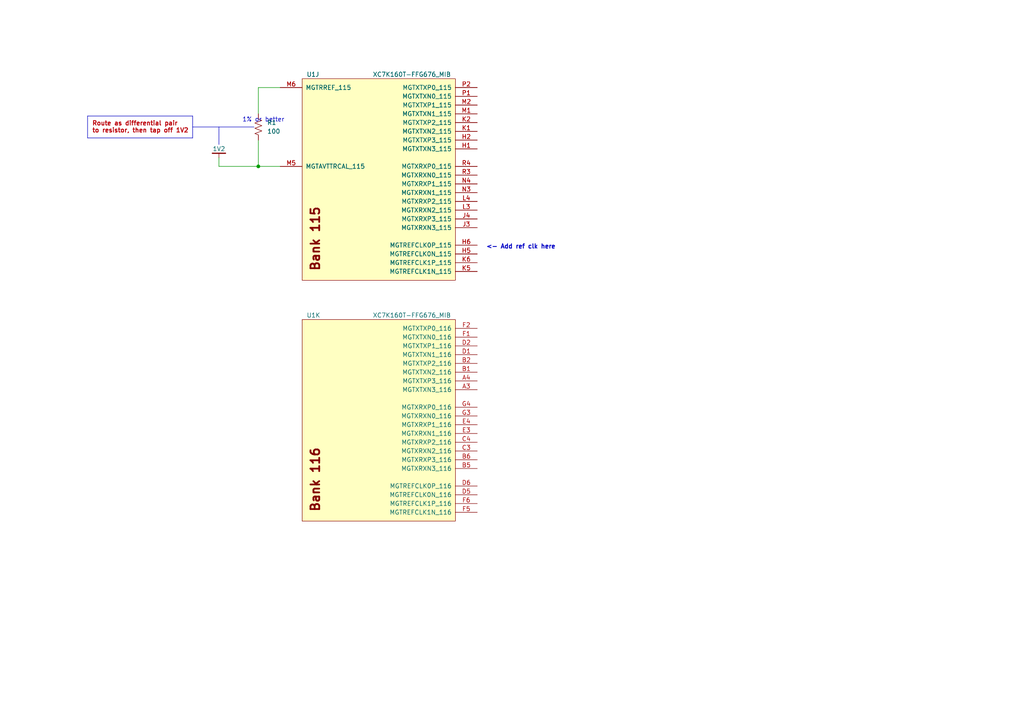
<source format=kicad_sch>
(kicad_sch (version 20230121) (generator eeschema)
  (paper "A4")
  (title_block (title "FPGA Banks 115 & 116 (GTX) I/O") (date "2023-12-22") (rev "A") (company "Jordan Harris-Toovy") (comment 1 "Mainboard for Capstone Project at Oregon Tech"))
  (junction (at 74.93 48.26))
  (wire (pts (xy 74.93 25.4) (xy 81.28 25.4)))
  (wire (pts (xy 63.5 45.72) (xy 63.5 48.26)))
  (wire (pts (xy 74.93 40.64) (xy 74.93 48.26)))
  (wire (pts (xy 63.5 48.26) (xy 74.93 48.26)))
  (polyline (pts (xy 55.88 36.83) (xy 73.66 36.83)))
  (polyline (pts (xy 55.88 36.83) (xy 55.88 33.655)))
  (wire (pts (xy 74.93 33.02) (xy 74.93 25.4)))
  (polyline (pts (xy 55.88 36.83) (xy 55.88 40.005)))
  (polyline (pts (xy 25.4 33.655) (xy 25.4 40.005)))
  (polyline (pts (xy 63.5 36.83) (xy 63.5 41.91)))
  (wire (pts (xy 74.93 48.26) (xy 81.28 48.26)))
  (polyline (pts (xy 25.4 40.005) (xy 55.88 40.005)))
  (polyline (pts (xy 55.88 33.655) (xy 25.4 33.655)))
  (text "1% or better" (at 82.55 35.56 0) (effects (font (size 1.27 1.27)) (justify right bottom)))
  (text "Route as differential pair\nto resistor, then tap off 1V2" (at 26.67 38.735 0) (effects (font (size 1.27 1.27) (thickness 0.254) bold) (justify left bottom)))
  (text "<- Add ref clk here" (at 140.97 72.39 0) (effects (font (size 1.27 1.27) (thickness 0.254) bold) (justify left bottom)))
  (symbol (lib_id "Capstone_Library:XC7K160T-FFG676_MIB") (at 109.22 22.86 0) (unit 10)
    (property "Reference" "U1" (at 88.9 21.59 0) (effects (justify left)))
    (property "Value" "XC7K160T-FFG676_MIB" (at 130.81 21.59 0) (effects (justify right)))
    (property "Footprint" "Capstone_Library:Xilinx_FFG676_K7_160T" (effects hide))
  )
  (symbol (lib_id "Capstone_Library:1V2") (at 63.5 44.45 0) (unit 1) (in_bom no) (on_board no)
    (property "Reference" "#PWR017" (effects hide))
    (property "Value" "1V2" (at 63.5 43.18 0))
    (instances (project "Capstone_Project_Mainboard" (path "" (reference "#PWR017") (unit 1)) (path "" (reference "#PWR021") (unit 1))))
  )
  (symbol (lib_id "Capstone_Library:XC7K160T-FFG676_MIB") (at 109.22 92.71 0) (unit 11)
    (property "Reference" "U1" (at 88.9 91.44 0) (effects (justify left)))
    (property "Value" "XC7K160T-FFG676_MIB" (at 130.81 91.44 0) (effects (justify right)))
    (property "Footprint" "Capstone_Library:Xilinx_FFG676_K7_160T" (effects hide))
  )
  (symbol (lib_id "Device:R_US") (at 74.93 36.83 0) (unit 1)
    (property "Reference" "R1" (at 77.47 35.56 0) (effects (justify left)))
    (property "Value" "100" (at 77.47 38.1 0) (effects (justify left)))
  )
)
</source>
